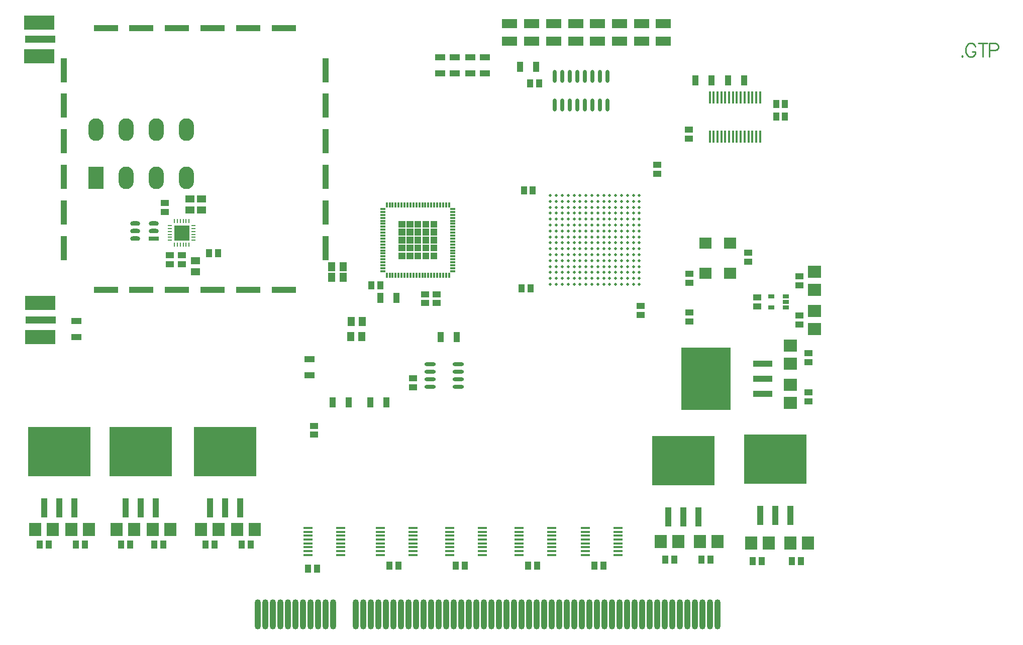
<source format=gtp>
%FSAX25Y25*%
%MOIN*%
G70*
G01*
G75*
G04 Layer_Color=8421504*
%ADD10R,0.41339X0.33071*%
%ADD11R,0.04134X0.12992*%
%ADD12R,0.05118X0.05906*%
%ADD13R,0.10000X0.15000*%
%ADD14O,0.10000X0.15000*%
%ADD15R,0.20000X0.09500*%
%ADD16R,0.20000X0.04500*%
%ADD17R,0.04331X0.05512*%
%ADD18R,0.05512X0.04331*%
%ADD19R,0.08661X0.07874*%
%ADD20R,0.04331X0.06693*%
%ADD21R,0.01575X0.08465*%
%ADD22R,0.01575X0.08465*%
%ADD23R,0.06693X0.04331*%
%ADD24R,0.07874X0.08661*%
%ADD25R,0.08000X0.07200*%
%ADD26O,0.06500X0.03000*%
%ADD27R,0.06500X0.03000*%
%ADD28O,0.04000X0.20000*%
%ADD29R,0.01181X0.03169*%
%ADD30R,0.03169X0.01181*%
%ADD31R,0.26378X0.26378*%
%ADD32R,0.06496X0.01181*%
%ADD33R,0.33071X0.41339*%
%ADD34R,0.12992X0.04134*%
%ADD35R,0.04331X0.02559*%
%ADD36O,0.07480X0.02362*%
%ADD37C,0.01969*%
%ADD38O,0.02362X0.08661*%
%ADD39R,0.10236X0.05906*%
%ADD40R,0.04000X0.16000*%
%ADD41R,0.16000X0.04000*%
%ADD42R,0.05906X0.05118*%
%ADD43O,0.03150X0.00984*%
%ADD44O,0.00984X0.03150*%
%ADD45R,0.10236X0.10236*%
%ADD46C,0.03543*%
%ADD47C,0.00500*%
%ADD48C,0.03150*%
%ADD49C,0.00787*%
%ADD50C,0.01000*%
%ADD51C,0.01181*%
%ADD52C,0.01969*%
%ADD53C,0.03937*%
%ADD54C,0.02362*%
%ADD55C,0.01575*%
%ADD56C,0.00900*%
%ADD57R,0.11909X0.03543*%
%ADD58R,0.09843X0.09843*%
%ADD59C,0.09843*%
%ADD60R,0.05906X0.05906*%
%ADD61C,0.05906*%
%ADD62C,0.05000*%
%ADD63C,0.14961*%
%ADD64C,0.06299*%
%ADD65R,0.06299X0.06299*%
%ADD66C,0.02598*%
%ADD67C,0.03150*%
%ADD68R,0.05709X0.02165*%
%ADD69O,0.07874X0.01378*%
%ADD70C,0.00984*%
%ADD71C,0.00394*%
%ADD72C,0.00600*%
%ADD73C,0.00720*%
%ADD74C,0.00800*%
%ADD75C,0.00300*%
%ADD76R,0.00100X0.00100*%
G36*
X0247992Y0239484D02*
X0243504D01*
Y0243972D01*
X0247992D01*
Y0239484D01*
D02*
G37*
G36*
X0242717D02*
X0238228D01*
Y0243972D01*
X0242717D01*
Y0239484D01*
D02*
G37*
G36*
X0237441D02*
X0232953D01*
Y0243972D01*
X0237441D01*
Y0239484D01*
D02*
G37*
G36*
Y0244760D02*
X0232953D01*
Y0249248D01*
X0237441D01*
Y0244760D01*
D02*
G37*
G36*
X0232165D02*
X0227677D01*
Y0249248D01*
X0232165D01*
Y0244760D01*
D02*
G37*
G36*
X0253268Y0239484D02*
X0248780D01*
Y0243972D01*
X0253268D01*
Y0239484D01*
D02*
G37*
G36*
X0242717Y0234209D02*
X0238228D01*
Y0238697D01*
X0242717D01*
Y0234209D01*
D02*
G37*
G36*
X0237441D02*
X0232953D01*
Y0238697D01*
X0237441D01*
Y0234209D01*
D02*
G37*
G36*
X0232165D02*
X0227677D01*
Y0238697D01*
X0232165D01*
Y0234209D01*
D02*
G37*
G36*
Y0239484D02*
X0227677D01*
Y0243972D01*
X0232165D01*
Y0239484D01*
D02*
G37*
G36*
X0253268Y0234209D02*
X0248780D01*
Y0238697D01*
X0253268D01*
Y0234209D01*
D02*
G37*
G36*
X0247992D02*
X0243504D01*
Y0238697D01*
X0247992D01*
Y0234209D01*
D02*
G37*
G36*
X0242717Y0244760D02*
X0238228D01*
Y0249248D01*
X0242717D01*
Y0244760D01*
D02*
G37*
G36*
X0237441Y0255311D02*
X0232953D01*
Y0259799D01*
X0237441D01*
Y0255311D01*
D02*
G37*
G36*
X0232165D02*
X0227677D01*
Y0259799D01*
X0232165D01*
Y0255311D01*
D02*
G37*
G36*
X0253268Y0250035D02*
X0248780D01*
Y0254524D01*
X0253268D01*
Y0250035D01*
D02*
G37*
G36*
Y0255311D02*
X0248780D01*
Y0259799D01*
X0253268D01*
Y0255311D01*
D02*
G37*
G36*
X0247992D02*
X0243504D01*
Y0259799D01*
X0247992D01*
Y0255311D01*
D02*
G37*
G36*
X0242717D02*
X0238228D01*
Y0259799D01*
X0242717D01*
Y0255311D01*
D02*
G37*
G36*
X0232165Y0250035D02*
X0227677D01*
Y0254524D01*
X0232165D01*
Y0250035D01*
D02*
G37*
G36*
X0253268Y0244760D02*
X0248780D01*
Y0249248D01*
X0253268D01*
Y0244760D01*
D02*
G37*
G36*
X0247992D02*
X0243504D01*
Y0249248D01*
X0247992D01*
Y0244760D01*
D02*
G37*
G36*
Y0250035D02*
X0243504D01*
Y0254524D01*
X0247992D01*
Y0250035D01*
D02*
G37*
G36*
X0242717D02*
X0238228D01*
Y0254524D01*
X0242717D01*
Y0250035D01*
D02*
G37*
G36*
X0237441D02*
X0232953D01*
Y0254524D01*
X0237441D01*
Y0250035D01*
D02*
G37*
D10*
X0112472Y0106783D02*
D03*
X0056472D02*
D03*
X0002472D02*
D03*
X0477472Y0101784D02*
D03*
X0416472Y0100784D02*
D03*
D11*
X0122472Y0069185D02*
D03*
X0112472D02*
D03*
X0102472D02*
D03*
X0066472D02*
D03*
X0056472D02*
D03*
X0046472D02*
D03*
X0012472D02*
D03*
X0002472D02*
D03*
X-0007528D02*
D03*
X0487472Y0064185D02*
D03*
X0477472D02*
D03*
X0467472D02*
D03*
X0426472Y0063185D02*
D03*
X0416472D02*
D03*
X0406472D02*
D03*
D12*
X0190748Y0229429D02*
D03*
X0183268D02*
D03*
X0190748Y0222342D02*
D03*
X0183268D02*
D03*
X0203740Y0192815D02*
D03*
X0196260D02*
D03*
X0203346Y0182972D02*
D03*
X0195866D02*
D03*
D13*
X0026969Y0288287D02*
D03*
D14*
X0046968D02*
D03*
X0066969D02*
D03*
X0086968D02*
D03*
X0026969Y0320287D02*
D03*
X0046968D02*
D03*
X0066969D02*
D03*
X0086968D02*
D03*
D15*
X-0010591Y0368878D02*
D03*
Y0391398D02*
D03*
X-0010197Y0182658D02*
D03*
Y0205177D02*
D03*
D16*
X-0010191Y0380239D02*
D03*
X-0009797Y0194019D02*
D03*
D17*
X0309252Y0214862D02*
D03*
X0315158D02*
D03*
X0129425Y0045004D02*
D03*
X0123520D02*
D03*
X0099520Y0045004D02*
D03*
X0105425D02*
D03*
X0071425Y0045004D02*
D03*
X0065520D02*
D03*
X0043520Y0045004D02*
D03*
X0049425D02*
D03*
X0019425Y0045004D02*
D03*
X0013520D02*
D03*
X-0010480Y0045004D02*
D03*
X-0004575D02*
D03*
X0484055Y0337303D02*
D03*
X0478150D02*
D03*
X0478150Y0329035D02*
D03*
X0484055D02*
D03*
X0494425Y0034004D02*
D03*
X0488520D02*
D03*
X0462520Y0034004D02*
D03*
X0468425D02*
D03*
X0434425Y0035004D02*
D03*
X0428520D02*
D03*
X0404520Y0035004D02*
D03*
X0410425D02*
D03*
X0357520Y0031004D02*
D03*
X0363425D02*
D03*
X0313520D02*
D03*
X0319425D02*
D03*
X0265520D02*
D03*
X0271425D02*
D03*
X0221520D02*
D03*
X0227425D02*
D03*
X0167520Y0029004D02*
D03*
X0173425D02*
D03*
X0310827Y0279823D02*
D03*
X0316732D02*
D03*
X0209520Y0217004D02*
D03*
X0215425D02*
D03*
X0320866Y0350886D02*
D03*
X0314961D02*
D03*
X0107973Y0238386D02*
D03*
X0102067D02*
D03*
D18*
X0388189Y0197343D02*
D03*
Y0203248D02*
D03*
X0493740Y0196929D02*
D03*
Y0191024D02*
D03*
X0493740Y0217024D02*
D03*
Y0222929D02*
D03*
X0465740Y0203024D02*
D03*
Y0208929D02*
D03*
X0459449Y0238681D02*
D03*
Y0232776D02*
D03*
X0420472Y0224508D02*
D03*
Y0218602D02*
D03*
X0420079Y0320177D02*
D03*
Y0314272D02*
D03*
X0171653Y0123721D02*
D03*
Y0117815D02*
D03*
X0237402Y0155217D02*
D03*
Y0149311D02*
D03*
X0499520Y0171929D02*
D03*
Y0166024D02*
D03*
X0499520Y0140024D02*
D03*
Y0145929D02*
D03*
X0399213Y0296949D02*
D03*
Y0291043D02*
D03*
X0420472Y0198917D02*
D03*
Y0193012D02*
D03*
X0245276Y0205217D02*
D03*
Y0211122D02*
D03*
X0252756Y0211122D02*
D03*
Y0205217D02*
D03*
X0072736Y0271654D02*
D03*
Y0265748D02*
D03*
X0075886Y0231102D02*
D03*
Y0237008D02*
D03*
X0083760Y0237008D02*
D03*
Y0231102D02*
D03*
D19*
X0487520Y0165071D02*
D03*
Y0176882D02*
D03*
Y0150882D02*
D03*
Y0139071D02*
D03*
X0503740Y0188071D02*
D03*
Y0199882D02*
D03*
Y0225882D02*
D03*
Y0214071D02*
D03*
D20*
X0446260Y0353051D02*
D03*
X0456890D02*
D03*
X0435236D02*
D03*
X0424606D02*
D03*
X0194685Y0139272D02*
D03*
X0184055D02*
D03*
X0219488D02*
D03*
X0208858D02*
D03*
X0266339Y0182579D02*
D03*
X0255709D02*
D03*
X0226181Y0208563D02*
D03*
X0215551D02*
D03*
X0308268Y0361910D02*
D03*
X0318898D02*
D03*
D21*
X0434154Y0315748D02*
D03*
D22*
X0436713D02*
D03*
X0439272D02*
D03*
X0441831D02*
D03*
X0444390D02*
D03*
X0446949D02*
D03*
X0449508D02*
D03*
X0452067D02*
D03*
X0454626D02*
D03*
X0457185D02*
D03*
X0459744D02*
D03*
X0462303D02*
D03*
X0464862D02*
D03*
X0467421D02*
D03*
X0434154Y0341535D02*
D03*
X0436713D02*
D03*
X0439272D02*
D03*
X0441831D02*
D03*
X0444390D02*
D03*
X0446949D02*
D03*
X0449508D02*
D03*
X0452067D02*
D03*
X0454626D02*
D03*
X0457185D02*
D03*
X0459744D02*
D03*
X0462303D02*
D03*
X0464862D02*
D03*
X0467421D02*
D03*
D23*
X0285039Y0368209D02*
D03*
Y0357579D02*
D03*
X0275197Y0368209D02*
D03*
Y0357579D02*
D03*
X0264961Y0368209D02*
D03*
Y0357579D02*
D03*
X0255118Y0368209D02*
D03*
Y0357579D02*
D03*
X0168504Y0157185D02*
D03*
Y0167815D02*
D03*
X0013780Y0182776D02*
D03*
Y0193405D02*
D03*
D24*
X0108378Y0055004D02*
D03*
X0096567D02*
D03*
X0120567D02*
D03*
X0132378D02*
D03*
X0064567D02*
D03*
X0076378D02*
D03*
X0052378D02*
D03*
X0040567D02*
D03*
X0010567D02*
D03*
X0022378D02*
D03*
X-0001622D02*
D03*
X-0013433D02*
D03*
X0473378Y0046004D02*
D03*
X0461567D02*
D03*
X0413378Y0047004D02*
D03*
X0401567D02*
D03*
X0427567D02*
D03*
X0439378D02*
D03*
X0487567Y0046004D02*
D03*
X0499378D02*
D03*
D25*
X0431138Y0245098D02*
D03*
X0447638D02*
D03*
X0431138Y0225098D02*
D03*
X0447638D02*
D03*
D26*
X0052756Y0257933D02*
D03*
Y0252933D02*
D03*
Y0247933D02*
D03*
X0065256Y0257933D02*
D03*
Y0252933D02*
D03*
D27*
Y0247933D02*
D03*
D28*
X0134272Y-0001496D02*
D03*
X0139272D02*
D03*
X0439272D02*
D03*
X0434272D02*
D03*
X0429272D02*
D03*
X0424272D02*
D03*
X0419272D02*
D03*
X0414272D02*
D03*
X0409272D02*
D03*
X0404272D02*
D03*
X0399272D02*
D03*
X0394272D02*
D03*
X0389272D02*
D03*
X0384272D02*
D03*
X0379272D02*
D03*
X0374272D02*
D03*
X0369272D02*
D03*
X0364272D02*
D03*
X0359272D02*
D03*
X0354272D02*
D03*
X0349272D02*
D03*
X0344272D02*
D03*
X0339272D02*
D03*
X0334272D02*
D03*
X0329272D02*
D03*
X0324272D02*
D03*
X0319272D02*
D03*
X0314272D02*
D03*
X0309272D02*
D03*
X0304272D02*
D03*
X0299272D02*
D03*
X0294272D02*
D03*
X0289272D02*
D03*
X0284272D02*
D03*
X0279272D02*
D03*
X0274272D02*
D03*
X0269272D02*
D03*
X0264272D02*
D03*
X0259272D02*
D03*
X0254272D02*
D03*
X0249272D02*
D03*
X0244272D02*
D03*
X0239272D02*
D03*
X0234272D02*
D03*
X0229272D02*
D03*
X0224272D02*
D03*
X0219272D02*
D03*
X0214272D02*
D03*
X0209272D02*
D03*
X0204272D02*
D03*
X0199272D02*
D03*
X0184272D02*
D03*
X0179272D02*
D03*
X0174272D02*
D03*
X0169272D02*
D03*
X0164272D02*
D03*
X0159272D02*
D03*
X0154272D02*
D03*
X0149272D02*
D03*
X0144272D02*
D03*
D29*
X0261142Y0270242D02*
D03*
X0259173D02*
D03*
X0257205D02*
D03*
X0255236D02*
D03*
X0253268D02*
D03*
X0251299D02*
D03*
X0249331D02*
D03*
X0247362D02*
D03*
X0245394D02*
D03*
X0243425D02*
D03*
X0241457D02*
D03*
X0239488D02*
D03*
X0237520D02*
D03*
X0235551D02*
D03*
X0233583D02*
D03*
X0231614D02*
D03*
X0229646D02*
D03*
X0227677D02*
D03*
X0225709D02*
D03*
X0223740D02*
D03*
X0221772D02*
D03*
X0219803D02*
D03*
Y0223766D02*
D03*
X0221772D02*
D03*
X0223740D02*
D03*
X0225709D02*
D03*
X0227677D02*
D03*
X0229646D02*
D03*
X0231614D02*
D03*
X0233583D02*
D03*
X0235551D02*
D03*
X0237520D02*
D03*
X0239488D02*
D03*
X0241457D02*
D03*
X0243425D02*
D03*
X0245394D02*
D03*
X0247362D02*
D03*
X0249331D02*
D03*
X0251299D02*
D03*
X0253268D02*
D03*
X0255236D02*
D03*
X0257205D02*
D03*
X0259173D02*
D03*
X0261142D02*
D03*
D30*
X0217235Y0267673D02*
D03*
Y0265705D02*
D03*
Y0263736D02*
D03*
Y0261768D02*
D03*
Y0259799D02*
D03*
Y0257831D02*
D03*
Y0255862D02*
D03*
Y0253894D02*
D03*
Y0251925D02*
D03*
Y0249957D02*
D03*
Y0247988D02*
D03*
Y0246020D02*
D03*
Y0244051D02*
D03*
Y0242083D02*
D03*
Y0240114D02*
D03*
Y0238146D02*
D03*
Y0236177D02*
D03*
Y0234209D02*
D03*
Y0232240D02*
D03*
Y0230272D02*
D03*
Y0228303D02*
D03*
Y0226335D02*
D03*
X0263710D02*
D03*
Y0228303D02*
D03*
Y0230272D02*
D03*
Y0232240D02*
D03*
Y0234209D02*
D03*
Y0236177D02*
D03*
Y0238146D02*
D03*
Y0240114D02*
D03*
Y0242083D02*
D03*
Y0244051D02*
D03*
Y0246020D02*
D03*
Y0247988D02*
D03*
Y0249957D02*
D03*
Y0251925D02*
D03*
Y0253894D02*
D03*
Y0255862D02*
D03*
Y0257831D02*
D03*
Y0259799D02*
D03*
Y0261768D02*
D03*
Y0263736D02*
D03*
Y0265705D02*
D03*
Y0267673D02*
D03*
D32*
X0261547Y0055961D02*
D03*
Y0053401D02*
D03*
Y0050842D02*
D03*
Y0048283D02*
D03*
Y0045724D02*
D03*
Y0043165D02*
D03*
Y0040606D02*
D03*
Y0038047D02*
D03*
X0283398Y0055961D02*
D03*
Y0053401D02*
D03*
Y0050842D02*
D03*
Y0048283D02*
D03*
Y0045724D02*
D03*
Y0043165D02*
D03*
Y0040606D02*
D03*
Y0038047D02*
D03*
X0215547Y0055961D02*
D03*
Y0053401D02*
D03*
Y0050842D02*
D03*
Y0048283D02*
D03*
Y0045724D02*
D03*
Y0043165D02*
D03*
Y0040606D02*
D03*
Y0038047D02*
D03*
X0237398Y0055961D02*
D03*
Y0053401D02*
D03*
Y0050842D02*
D03*
Y0048283D02*
D03*
Y0045724D02*
D03*
Y0043165D02*
D03*
Y0040606D02*
D03*
Y0038047D02*
D03*
X0167547Y0055961D02*
D03*
Y0053401D02*
D03*
Y0050842D02*
D03*
Y0048283D02*
D03*
Y0045724D02*
D03*
Y0043165D02*
D03*
Y0040606D02*
D03*
Y0038047D02*
D03*
X0189398Y0055961D02*
D03*
Y0053401D02*
D03*
Y0050842D02*
D03*
Y0048283D02*
D03*
Y0045724D02*
D03*
Y0043165D02*
D03*
Y0040606D02*
D03*
Y0038047D02*
D03*
X0307547Y0055961D02*
D03*
Y0053401D02*
D03*
Y0050842D02*
D03*
Y0048283D02*
D03*
Y0045724D02*
D03*
Y0043165D02*
D03*
Y0040606D02*
D03*
Y0038047D02*
D03*
X0329398Y0055961D02*
D03*
Y0053401D02*
D03*
Y0050842D02*
D03*
Y0048283D02*
D03*
Y0045724D02*
D03*
Y0043165D02*
D03*
Y0040606D02*
D03*
Y0038047D02*
D03*
X0351547Y0055961D02*
D03*
Y0053401D02*
D03*
Y0050842D02*
D03*
Y0048283D02*
D03*
Y0045724D02*
D03*
Y0043165D02*
D03*
Y0040606D02*
D03*
Y0038047D02*
D03*
X0373398Y0055961D02*
D03*
Y0053401D02*
D03*
Y0050842D02*
D03*
Y0048283D02*
D03*
Y0045724D02*
D03*
Y0043165D02*
D03*
Y0040606D02*
D03*
Y0038047D02*
D03*
D33*
X0431740Y0154976D02*
D03*
D34*
X0469339Y0164976D02*
D03*
Y0154976D02*
D03*
Y0144976D02*
D03*
D35*
X0475016Y0202236D02*
D03*
Y0209717D02*
D03*
X0484465D02*
D03*
Y0205976D02*
D03*
Y0202236D02*
D03*
D36*
X0267126Y0149488D02*
D03*
Y0154488D02*
D03*
Y0159488D02*
D03*
Y0164488D02*
D03*
X0248622Y0149488D02*
D03*
Y0154488D02*
D03*
Y0159488D02*
D03*
Y0164488D02*
D03*
D37*
X0328346Y0217618D02*
D03*
Y0221555D02*
D03*
Y0225492D02*
D03*
Y0229429D02*
D03*
Y0233366D02*
D03*
Y0237303D02*
D03*
Y0241240D02*
D03*
Y0245177D02*
D03*
Y0249114D02*
D03*
Y0253051D02*
D03*
Y0256988D02*
D03*
Y0260925D02*
D03*
Y0264862D02*
D03*
Y0268799D02*
D03*
Y0272736D02*
D03*
Y0276673D02*
D03*
X0332283Y0217618D02*
D03*
Y0221555D02*
D03*
Y0225492D02*
D03*
Y0229429D02*
D03*
Y0233366D02*
D03*
Y0237303D02*
D03*
Y0241240D02*
D03*
Y0245177D02*
D03*
Y0249114D02*
D03*
Y0253051D02*
D03*
Y0256988D02*
D03*
Y0260925D02*
D03*
Y0264862D02*
D03*
Y0268799D02*
D03*
Y0272736D02*
D03*
Y0276673D02*
D03*
X0336221Y0217618D02*
D03*
Y0221555D02*
D03*
Y0225492D02*
D03*
Y0229429D02*
D03*
Y0233366D02*
D03*
Y0237303D02*
D03*
Y0241240D02*
D03*
Y0245177D02*
D03*
Y0249114D02*
D03*
Y0253051D02*
D03*
Y0256988D02*
D03*
Y0260925D02*
D03*
Y0264862D02*
D03*
Y0268799D02*
D03*
Y0272736D02*
D03*
Y0276673D02*
D03*
X0340158Y0217618D02*
D03*
Y0221555D02*
D03*
Y0225492D02*
D03*
Y0229429D02*
D03*
Y0233366D02*
D03*
Y0237303D02*
D03*
Y0241240D02*
D03*
Y0245177D02*
D03*
Y0249114D02*
D03*
Y0253051D02*
D03*
Y0256988D02*
D03*
Y0260925D02*
D03*
Y0264862D02*
D03*
Y0268799D02*
D03*
Y0272736D02*
D03*
Y0276673D02*
D03*
X0344094Y0217618D02*
D03*
Y0221555D02*
D03*
Y0225492D02*
D03*
Y0229429D02*
D03*
Y0233366D02*
D03*
Y0237303D02*
D03*
Y0241240D02*
D03*
Y0245177D02*
D03*
Y0249114D02*
D03*
Y0253051D02*
D03*
Y0256988D02*
D03*
Y0260925D02*
D03*
Y0264862D02*
D03*
Y0268799D02*
D03*
Y0272736D02*
D03*
Y0276673D02*
D03*
X0348031Y0217618D02*
D03*
Y0221555D02*
D03*
Y0225492D02*
D03*
Y0229429D02*
D03*
Y0233366D02*
D03*
Y0237303D02*
D03*
Y0241240D02*
D03*
Y0245177D02*
D03*
Y0249114D02*
D03*
Y0253051D02*
D03*
Y0256988D02*
D03*
Y0260925D02*
D03*
Y0264862D02*
D03*
Y0268799D02*
D03*
Y0272736D02*
D03*
Y0276673D02*
D03*
X0351969Y0217618D02*
D03*
Y0221555D02*
D03*
Y0225492D02*
D03*
Y0229429D02*
D03*
Y0233366D02*
D03*
Y0237303D02*
D03*
Y0241240D02*
D03*
Y0245177D02*
D03*
Y0249114D02*
D03*
Y0253051D02*
D03*
Y0256988D02*
D03*
Y0260925D02*
D03*
Y0264862D02*
D03*
Y0268799D02*
D03*
Y0272736D02*
D03*
Y0276673D02*
D03*
X0355906Y0217618D02*
D03*
Y0221555D02*
D03*
Y0225492D02*
D03*
Y0229429D02*
D03*
Y0233366D02*
D03*
Y0237303D02*
D03*
Y0241240D02*
D03*
Y0245177D02*
D03*
Y0249114D02*
D03*
Y0253051D02*
D03*
Y0256988D02*
D03*
Y0260925D02*
D03*
Y0264862D02*
D03*
Y0268799D02*
D03*
Y0272736D02*
D03*
Y0276673D02*
D03*
X0359842Y0217618D02*
D03*
Y0221555D02*
D03*
Y0225492D02*
D03*
Y0229429D02*
D03*
Y0233366D02*
D03*
Y0237303D02*
D03*
Y0241240D02*
D03*
Y0245177D02*
D03*
Y0249114D02*
D03*
Y0253051D02*
D03*
Y0256988D02*
D03*
Y0260925D02*
D03*
Y0264862D02*
D03*
Y0268799D02*
D03*
Y0272736D02*
D03*
Y0276673D02*
D03*
X0363779Y0217618D02*
D03*
Y0221555D02*
D03*
Y0225492D02*
D03*
Y0229429D02*
D03*
Y0233366D02*
D03*
Y0237303D02*
D03*
Y0241240D02*
D03*
Y0245177D02*
D03*
Y0249114D02*
D03*
Y0253051D02*
D03*
Y0256988D02*
D03*
Y0260925D02*
D03*
Y0264862D02*
D03*
Y0268799D02*
D03*
Y0272736D02*
D03*
Y0276673D02*
D03*
X0367717Y0217618D02*
D03*
Y0221555D02*
D03*
Y0225492D02*
D03*
Y0229429D02*
D03*
Y0233366D02*
D03*
Y0237303D02*
D03*
Y0241240D02*
D03*
Y0245177D02*
D03*
Y0249114D02*
D03*
Y0253051D02*
D03*
Y0256988D02*
D03*
Y0260925D02*
D03*
Y0264862D02*
D03*
Y0268799D02*
D03*
Y0272736D02*
D03*
Y0276673D02*
D03*
X0371654Y0217618D02*
D03*
Y0221555D02*
D03*
Y0225492D02*
D03*
Y0229429D02*
D03*
Y0233366D02*
D03*
Y0237303D02*
D03*
Y0241240D02*
D03*
Y0245177D02*
D03*
Y0249114D02*
D03*
Y0253051D02*
D03*
Y0256988D02*
D03*
Y0260925D02*
D03*
Y0264862D02*
D03*
Y0268799D02*
D03*
Y0272736D02*
D03*
Y0276673D02*
D03*
X0375590Y0217618D02*
D03*
Y0221555D02*
D03*
Y0225492D02*
D03*
Y0229429D02*
D03*
Y0233366D02*
D03*
Y0237303D02*
D03*
Y0241240D02*
D03*
Y0245177D02*
D03*
Y0249114D02*
D03*
Y0253051D02*
D03*
Y0256988D02*
D03*
Y0260925D02*
D03*
Y0264862D02*
D03*
Y0268799D02*
D03*
Y0272736D02*
D03*
Y0276673D02*
D03*
X0379528Y0217618D02*
D03*
Y0221555D02*
D03*
Y0225492D02*
D03*
Y0229429D02*
D03*
Y0233366D02*
D03*
Y0237303D02*
D03*
Y0241240D02*
D03*
Y0245177D02*
D03*
Y0249114D02*
D03*
Y0253051D02*
D03*
Y0256988D02*
D03*
Y0260925D02*
D03*
Y0264862D02*
D03*
Y0268799D02*
D03*
Y0272736D02*
D03*
Y0276673D02*
D03*
X0383465Y0217618D02*
D03*
Y0221555D02*
D03*
Y0225492D02*
D03*
Y0229429D02*
D03*
Y0233366D02*
D03*
Y0237303D02*
D03*
Y0241240D02*
D03*
Y0245177D02*
D03*
Y0249114D02*
D03*
Y0253051D02*
D03*
Y0256988D02*
D03*
Y0260925D02*
D03*
Y0264862D02*
D03*
Y0268799D02*
D03*
Y0272736D02*
D03*
Y0276673D02*
D03*
X0387402Y0217618D02*
D03*
Y0221555D02*
D03*
Y0225492D02*
D03*
Y0229429D02*
D03*
Y0233366D02*
D03*
Y0237303D02*
D03*
Y0241240D02*
D03*
Y0245177D02*
D03*
Y0249114D02*
D03*
Y0253051D02*
D03*
Y0256988D02*
D03*
Y0260925D02*
D03*
Y0264862D02*
D03*
Y0268799D02*
D03*
Y0272736D02*
D03*
Y0276673D02*
D03*
D38*
X0331122Y0336713D02*
D03*
X0336122D02*
D03*
X0341122D02*
D03*
X0346122D02*
D03*
X0351122D02*
D03*
X0356122D02*
D03*
X0361122D02*
D03*
X0366122D02*
D03*
X0331122Y0355610D02*
D03*
X0336122D02*
D03*
X0341122D02*
D03*
X0346122D02*
D03*
X0351122D02*
D03*
X0356122D02*
D03*
X0361122D02*
D03*
X0366122D02*
D03*
D39*
X0301378Y0390650D02*
D03*
Y0378839D02*
D03*
X0315945Y0390650D02*
D03*
Y0378839D02*
D03*
X0330512Y0390650D02*
D03*
Y0378839D02*
D03*
X0345079Y0390650D02*
D03*
Y0378839D02*
D03*
X0359646Y0390650D02*
D03*
Y0378839D02*
D03*
X0374213Y0390650D02*
D03*
Y0378839D02*
D03*
X0388779Y0390650D02*
D03*
Y0378839D02*
D03*
X0403346Y0390650D02*
D03*
Y0378839D02*
D03*
D40*
X0005512Y0359744D02*
D03*
Y0336144D02*
D03*
Y0312544D02*
D03*
Y0288944D02*
D03*
Y0265344D02*
D03*
Y0241744D02*
D03*
X0179312D02*
D03*
Y0265344D02*
D03*
Y0288944D02*
D03*
Y0312544D02*
D03*
Y0336144D02*
D03*
Y0359744D02*
D03*
D41*
X0033412Y0213844D02*
D03*
X0057012D02*
D03*
X0080612D02*
D03*
X0104212D02*
D03*
X0127812D02*
D03*
X0151412D02*
D03*
Y0387644D02*
D03*
X0127812D02*
D03*
X0104212D02*
D03*
X0080612D02*
D03*
X0057012D02*
D03*
X0033412D02*
D03*
D42*
X0096752Y0266929D02*
D03*
Y0274409D02*
D03*
X0089272Y0266929D02*
D03*
Y0274409D02*
D03*
X0092815Y0225984D02*
D03*
Y0233465D02*
D03*
D43*
X0091634Y0246850D02*
D03*
Y0248819D02*
D03*
Y0250787D02*
D03*
Y0252756D02*
D03*
Y0254724D02*
D03*
Y0256693D02*
D03*
X0075886D02*
D03*
Y0254724D02*
D03*
Y0252756D02*
D03*
Y0250787D02*
D03*
Y0248819D02*
D03*
Y0246850D02*
D03*
D44*
X0088681Y0259646D02*
D03*
X0086713D02*
D03*
X0084744D02*
D03*
X0082776D02*
D03*
X0080807D02*
D03*
X0078839D02*
D03*
Y0243898D02*
D03*
X0080807D02*
D03*
X0082776D02*
D03*
X0084744D02*
D03*
X0086713D02*
D03*
X0088681D02*
D03*
D45*
X0083760Y0251772D02*
D03*
D56*
X0601511Y0369459D02*
X0601083Y0369031D01*
X0601511Y0368602D01*
X0601940Y0369031D01*
X0601511Y0369459D01*
X0610338Y0375458D02*
X0609909Y0376315D01*
X0609052Y0377172D01*
X0608195Y0377600D01*
X0606482D01*
X0605625Y0377172D01*
X0604768Y0376315D01*
X0604339Y0375458D01*
X0603911Y0374173D01*
Y0372030D01*
X0604339Y0370745D01*
X0604768Y0369888D01*
X0605625Y0369031D01*
X0606482Y0368602D01*
X0608195D01*
X0609052Y0369031D01*
X0609909Y0369888D01*
X0610338Y0370745D01*
Y0372030D01*
X0608195D02*
X0610338D01*
X0615394Y0377600D02*
Y0368602D01*
X0612395Y0377600D02*
X0618393D01*
X0619464Y0372887D02*
X0623321D01*
X0624606Y0373316D01*
X0625035Y0373744D01*
X0625463Y0374601D01*
Y0375887D01*
X0625035Y0376744D01*
X0624606Y0377172D01*
X0623321Y0377600D01*
X0619464D01*
Y0368602D01*
D76*
X0240472Y0247004D02*
D03*
M02*

</source>
